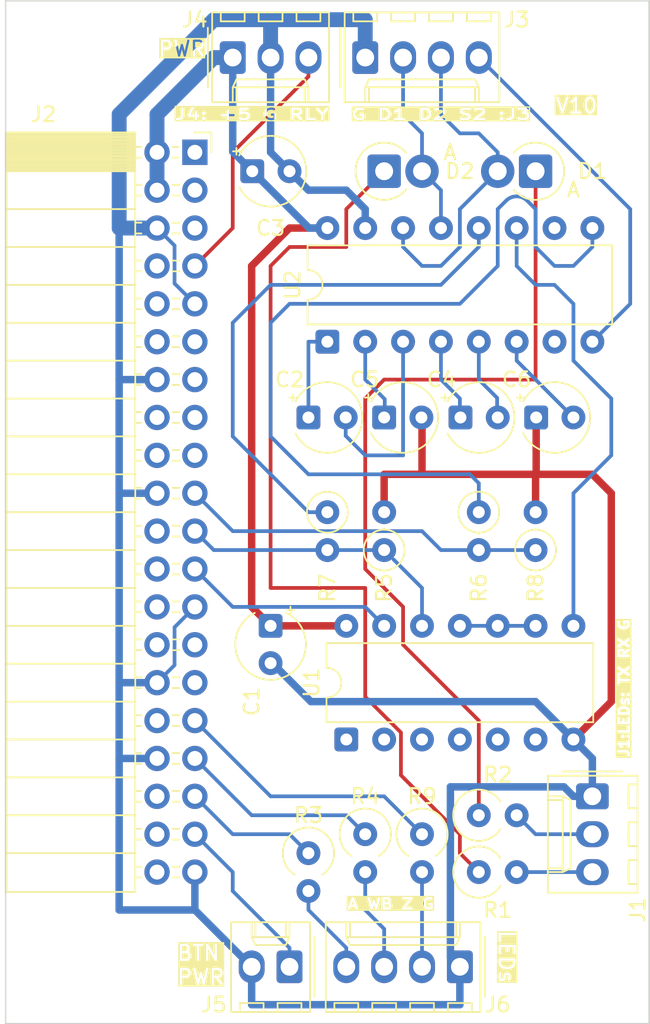
<source format=kicad_pcb>
(kicad_pcb (version 20241229) (generator "pcbnew") (generator_version "9.0")
  (layers (0 "F.Cu" signal) (2 "B.Cu" signal) (13 "F.Paste" user) (15 "B.Paste" user) (5 "F.SilkS" user "F.Silkscreen") (7 "B.SilkS" user "B.Silkscreen") (1 "F.Mask" user) (3 "B.Mask" user) (25 "Edge.Cuts" user))
  (net 0 "")
  (net 1 "GNDD")
  (net 2 "+5V")
  (net 3 "Net-(U2-C1+)")
  (net 4 "Net-(U2-C1-)")
  (net 5 "Net-(U2-C2-)")
  (net 6 "Net-(U2-C2+)")
  (net 7 "Net-(U2-VS+)")
  (net 8 "Net-(U2-VS-)")
  (net 9 "CTS_V10S2")
  (net 10 "TXD_V10D2")
  (net 11 "RXD_V10D1")
  (net 14 "RXD")
  (net 15 "RLY_PWR")
  (net 17 "CTS")
  (net 21 "BTN_PWR")
  (net 23 "+3V3")
  (net 27 "TXD")
  (net 31 "LED_Z")
  (net 32 "LED_WB")
  (net 33 "LED_A")
  (net 34 "Net-(U2-R1OUT)")
  (net 35 "Net-(U2-R2OUT)")
  (net 36 "Net-(U2-T1IN)")
  (net 40 "Net-(U1-Pad10)")
  (net 41 "Net-(J2-PWM1{slash}GPIO13)")
  (net 42 "Net-(J2-GPIO19{slash}MISO1)")
  (net 44 "Net-(J2-GCLK2{slash}GPIO6)")
  (net 50 "Net-(J1-Pin_2)")
  (net 51 "Net-(J1-Pin_3)")
  (net 52 "Net-(D1-K)")
  (net 53 "Net-(D2-K)")
  (footprint "Connector_Molex:Molex_KK-254_AE-6410-03A_1x03_P2.54mm_Vertical" (layer "F.Cu") (at 97.79 111.76 -90)
    (property "Reference" "J1" (at 7.62 -3.03 90) (layer "F.SilkS"))
    (property "Value" "RX TX G")
    (pad "1" thru_hole roundrect (at 0 0 270) (size 1.74 2.19) (drill 1.19) (layers "*.Cu" "*.Mask") (roundrect_rratio 0.143678) (net 1 "GNDD"))
    (pad "2" thru_hole oval (at 2.54 0 270) (size 1.74 2.19) (drill 1.19) (layers "*.Cu" "*.Mask") (net 50 "Net-(J1-Pin_2)"))
    (pad "3" thru_hole oval (at 5.08 0 270) (size 1.74 2.19) (drill 1.19) (layers "*.Cu" "*.Mask") (net 51 "Net-(J1-Pin_3)"))
  )
  (footprint "MountingHole:MountingHole_3.2mm_M3" (layer "F.Cu") (at 96.52 62.23)
    (property "Reference" "H2" (hide yes))
    (property "Value" "MountingHole" (hide yes))
    (pad "" np_thru_hole circle (at 0 0) (size 3.2 3.2) (drill 3.2) (layers "*.Cu" "*.Mask"))
  )
  (footprint "Capacitor_THT:CP_Radial_Tantal_D4.5mm_P2.50mm" (layer "F.Cu") (at 76.2 100.33 -90)
    (property "Reference" "C1" (at 5.08 1.27 90) (layer "F.SilkS"))
    (property "Value" "3,3uF")
    (pad "1" thru_hole roundrect (at 0 0 270) (size 1.6 1.6) (drill 0.8) (layers "*.Cu" "*.Mask") (roundrect_rratio 0.15625) (net 2 "+5V"))
    (pad "2" thru_hole circle (at 2.5 0 270) (size 1.6 1.6) (drill 0.8) (layers "*.Cu" "*.Mask") (net 1 "GNDD"))
  )
  (footprint "Connector_Molex:Molex_KK-254_AE-6410-04A_1x04_P2.54mm_Vertical" (layer "F.Cu") (at 88.9 123.19 180)
    (property "Reference" "J6" (at -2.54 -2.54 0) (layer "F.SilkS"))
    (property "Value" "LED")
    (pad "1" thru_hole roundrect (at 0 0 180) (size 1.74 2.19) (drill 1.19) (layers "*.Cu" "*.Mask") (roundrect_rratio 0.143678) (net 1 "GNDD"))
    (pad "2" thru_hole oval (at 2.54 0 180) (size 1.74 2.19) (drill 1.19) (layers "*.Cu" "*.Mask") (net 31 "LED_Z"))
    (pad "3" thru_hole oval (at 5.08 0 180) (size 1.74 2.19) (drill 1.19) (layers "*.Cu" "*.Mask") (net 32 "LED_WB"))
    (pad "4" thru_hole oval (at 7.62 0 180) (size 1.74 2.19) (drill 1.19) (layers "*.Cu" "*.Mask") (net 33 "LED_A"))
  )
  (footprint "Resistor_THT:R_Axial_DIN0207_L6.3mm_D2.5mm_P2.54mm_Vertical" (layer "F.Cu") (at 80.01 92.71 -90)
    (property "Reference" "R7" (at 5.08 0 90) (layer "F.SilkS"))
    (property "Value" "2k2")
    (pad "1" thru_hole circle (at 0 0 270) (size 1.6 1.6) (drill 0.8) (layers "*.Cu" "*.Mask") (net 34 "Net-(U2-R1OUT)"))
    (pad "2" thru_hole circle (at 2.54 0 270) (size 1.6 1.6) (drill 0.8) (layers "*.Cu" "*.Mask") (net 14 "RXD"))
  )
  (footprint "Diode_THT:D_DO-15_P2.54mm_Vertical_AnodeUp" (layer "F.Cu") (at 83.82 69.85)
    (property "Reference" "D2" (at 5.08 0 0) (layer "F.SilkS"))
    (property "Value" "1N4148")
    (fp_text user "A" (at 4.421905 -1.27 0) (layer "F.SilkS"))
    (pad "1" thru_hole roundrect (at 0 0) (size 2.24 2.24) (drill 1.2) (layers "*.Cu" "*.Mask") (roundrect_rratio 0.111607) (net 53 "Net-(D2-K)"))
    (pad "2" thru_hole circle (at 2.54 0) (size 2.24 2.24) (drill 1.2) (layers "*.Cu" "*.Mask") (net 11 "RXD_V10D1"))
  )
  (footprint "MountingHole:MountingHole_3.2mm_M3" (layer "F.Cu") (at 63.5 62.23)
    (property "Reference" "H1" (hide yes))
    (property "Value" "MountingHole" (hide yes))
    (pad "" np_thru_hole circle (at 0 0) (size 3.2 3.2) (drill 3.2) (layers "*.Cu" "*.Mask"))
  )
  (footprint "Resistor_THT:R_Axial_DIN0309_L9.0mm_D3.2mm_P2.54mm_Vertical" (layer "F.Cu") (at 78.74 115.57 -90)
    (property "Reference" "R3" (at -2.54 0 0) (layer "F.SilkS"))
    (property "Value" "470")
    (pad "1" thru_hole circle (at 0 0 270) (size 1.6 1.6) (drill 0.8) (layers "*.Cu" "*.Mask") (net 42 "Net-(J2-GPIO19{slash}MISO1)"))
    (pad "2" thru_hole circle (at 2.54 0 270) (size 1.6 1.6) (drill 0.8) (layers "*.Cu" "*.Mask") (net 33 "LED_A"))
  )
  (footprint "Package_DIP:DIP-14_W7.62mm" (layer "F.Cu") (at 81.28 107.95 90)
    (property "Reference" "U1" (at 3.81 -2.33 90) (layer "F.SilkS"))
    (property "Value" "74HCT00")
    (pad "1" thru_hole roundrect (at 0 0 90) (size 1.6 1.6) (drill 0.8) (layers "*.Cu" "*.Mask") (roundrect_rratio 0.15625))
    (pad "2" thru_hole circle (at 0 2.54 90) (size 1.6 1.6) (drill 0.8) (layers "*.Cu" "*.Mask"))
    (pad "3" thru_hole circle (at 0 5.08 90) (size 1.6 1.6) (drill 0.8) (layers "*.Cu" "*.Mask"))
    (pad "4" thru_hole circle (at 0 7.62 90) (size 1.6 1.6) (drill 0.8) (layers "*.Cu" "*.Mask"))
    (pad "5" thru_hole circle (at 0 10.16 90) (size 1.6 1.6) (drill 0.8) (layers "*.Cu" "*.Mask"))
    (pad "6" thru_hole circle (at 0 12.7 90) (size 1.6 1.6) (drill 0.8) (layers "*.Cu" "*.Mask"))
    (pad "7" thru_hole circle (at 0 15.24 90) (size 1.6 1.6) (drill 0.8) (layers "*.Cu" "*.Mask") (net 1 "GNDD"))
    (pad "8" thru_hole circle (at 7.62 15.24 90) (size 1.6 1.6) (drill 0.8) (layers "*.Cu" "*.Mask") (net 36 "Net-(U2-T1IN)"))
    (pad "9" thru_hole circle (at 7.62 12.7 90) (size 1.6 1.6) (drill 0.8) (layers "*.Cu" "*.Mask") (net 40 "Net-(U1-Pad10)"))
    (pad "10" thru_hole circle (at 7.62 10.16 90) (size 1.6 1.6) (drill 0.8) (layers "*.Cu" "*.Mask") (net 40 "Net-(U1-Pad10)"))
    (pad "11" thru_hole circle (at 7.62 7.62 90) (size 1.6 1.6) (drill 0.8) (layers "*.Cu" "*.Mask") (net 40 "Net-(U1-Pad10)"))
    (pad "12" thru_hole circle (at 7.62 5.08 90) (size 1.6 1.6) (drill 0.8) (layers "*.Cu" "*.Mask") (net 14 "RXD"))
    (pad "13" thru_hole circle (at 7.62 2.54 90) (size 1.6 1.6) (drill 0.8) (layers "*.Cu" "*.Mask") (net 27 "TXD"))
    (pad "14" thru_hole circle (at 7.62 0 90) (size 1.6 1.6) (drill 0.8) (layers "*.Cu" "*.Mask") (net 2 "+5V"))
  )
  (footprint "Capacitor_THT:CP_Radial_Tantal_D4.5mm_P2.50mm" (layer "F.Cu") (at 83.82 86.36)
    (property "Reference" "C5" (at -1.31 -2.54 0) (layer "F.SilkS"))
    (property "Value" "1uF")
    (pad "1" thru_hole roundrect (at 0 0) (size 1.6 1.6) (drill 0.8) (layers "*.Cu" "*.Mask") (roundrect_rratio 0.15625) (net 7 "Net-(U2-VS+)"))
    (pad "2" thru_hole circle (at 2.5 0) (size 1.6 1.6) (drill 0.8) (layers "*.Cu" "*.Mask") (net 1 "GNDD"))
  )
  (footprint "Resistor_THT:R_Axial_DIN0207_L6.3mm_D2.5mm_P2.54mm_Vertical" (layer "F.Cu") (at 90.17 92.71 -90)
    (property "Reference" "R8" (at 5.08 -3.81 90) (layer "F.SilkS"))
    (property "Value" "2k2")
    (pad "1" thru_hole circle (at 0 0 270) (size 1.6 1.6) (drill 0.8) (layers "*.Cu" "*.Mask") (net 35 "Net-(U2-R2OUT)"))
    (pad "2" thru_hole circle (at 2.54 0 270) (size 1.6 1.6) (drill 0.8) (layers "*.Cu" "*.Mask") (net 17 "CTS"))
  )
  (footprint "Capacitor_THT:CP_Radial_Tantal_D4.5mm_P2.50mm" (layer "F.Cu") (at 74.97 69.85)
    (property "Reference" "C3" (at 1.23 3.81 0) (layer "F.SilkS"))
    (property "Value" "3,3uF")
    (pad "1" thru_hole roundrect (at 0 0) (size 1.6 1.6) (drill 0.8) (layers "*.Cu" "*.Mask") (roundrect_rratio 0.15625) (net 2 "+5V"))
    (pad "2" thru_hole circle (at 2.5 0) (size 1.6 1.6) (drill 0.8) (layers "*.Cu" "*.Mask") (net 1 "GNDD"))
  )
  (footprint "Package_DIP:DIP-16_W7.62mm" (layer "F.Cu") (at 80.01 81.28 90)
    (property "Reference" "U2" (at 3.81 -2.33 90) (layer "F.SilkS"))
    (property "Value" "MAX232")
    (pad "1" thru_hole roundrect (at 0 0 90) (size 1.6 1.6) (drill 0.8) (layers "*.Cu" "*.Mask") (roundrect_rratio 0.15625) (net 3 "Net-(U2-C1+)"))
    (pad "2" thru_hole circle (at 0 2.54 90) (size 1.6 1.6) (drill 0.8) (layers "*.Cu" "*.Mask") (net 7 "Net-(U2-VS+)"))
    (pad "3" thru_hole circle (at 0 5.08 90) (size 1.6 1.6) (drill 0.8) (layers "*.Cu" "*.Mask") (net 4 "Net-(U2-C1-)"))
    (pad "4" thru_hole circle (at 0 7.62 90) (size 1.6 1.6) (drill 0.8) (layers "*.Cu" "*.Mask") (net 6 "Net-(U2-C2+)"))
    (pad "5" thru_hole circle (at 0 10.16 90) (size 1.6 1.6) (drill 0.8) (layers "*.Cu" "*.Mask") (net 5 "Net-(U2-C2-)"))
    (pad "6" thru_hole circle (at 0 12.7 90) (size 1.6 1.6) (drill 0.8) (layers "*.Cu" "*.Mask") (net 8 "Net-(U2-VS-)"))
    (pad "7" thru_hole circle (at 0 15.24 90) (size 1.6 1.6) (drill 0.8) (layers "*.Cu" "*.Mask"))
    (pad "8" thru_hole circle (at 0 17.78 90) (size 1.6 1.6) (drill 0.8) (layers "*.Cu" "*.Mask") (net 9 "CTS_V10S2"))
    (pad "9" thru_hole circle (at 7.62 17.78 90) (size 1.6 1.6) (drill 0.8) (layers "*.Cu" "*.Mask") (net 35 "Net-(U2-R2OUT)"))
    (pad "10" thru_hole circle (at 7.62 15.24 90) (size 1.6 1.6) (drill 0.8) (layers "*.Cu" "*.Mask"))
    (pad "11" thru_hole circle (at 7.62 12.7 90) (size 1.6 1.6) (drill 0.8) (layers "*.Cu" "*.Mask") (net 36 "Net-(U2-T1IN)"))
    (pad "12" thru_hole circle (at 7.62 10.16 90) (size 1.6 1.6) (drill 0.8) (layers "*.Cu" "*.Mask") (net 34 "Net-(U2-R1OUT)"))
    (pad "13" thru_hole circle (at 7.62 7.62 90) (size 1.6 1.6) (drill 0.8) (layers "*.Cu" "*.Mask") (net 11 "RXD_V10D1"))
    (pad "14" thru_hole circle (at 7.62 5.08 90) (size 1.6 1.6) (drill 0.8) (layers "*.Cu" "*.Mask") (net 10 "TXD_V10D2"))
    (pad "15" thru_hole circle (at 7.62 2.54 90) (size 1.6 1.6) (drill 0.8) (layers "*.Cu" "*.Mask") (net 1 "GNDD"))
    (pad "16" thru_hole circle (at 7.62 0 90) (size 1.6 1.6) (drill 0.8) (layers "*.Cu" "*.Mask") (net 2 "+5V"))
  )
  (footprint "Resistor_THT:R_Axial_DIN0207_L6.3mm_D2.5mm_P2.54mm_Vertical" (layer "F.Cu") (at 83.82 95.25 90)
    (property "Reference" "R5" (at -2.54 0 90) (layer "F.SilkS"))
    (property "Value" "4k7")
    (pad "1" thru_hole circle (at 0 0 90) (size 1.6 1.6) (drill 0.8) (layers "*.Cu" "*.Mask") (net 14 "RXD"))
    (pad "2" thru_hole circle (at 2.54 0 90) (size 1.6 1.6) (drill 0.8) (layers "*.Cu" "*.Mask") (net 1 "GNDD"))
  )
  (footprint "Connector_Molex:Molex_KK-254_AE-6410-03A_1x03_P2.54mm_Vertical" (layer "F.Cu") (at 73.66 62.23)
    (property "Reference" "J4" (at -2.54 -2.54 0) (layer "F.SilkS"))
    (property "Value" "PWR")
    (pad "1" thru_hole roundrect (at 0 0) (size 1.74 2.19) (drill 1.19) (layers "*.Cu" "*.Mask") (roundrect_rratio 0.143678) (net 2 "+5V"))
    (pad "2" thru_hole oval (at 2.54 0) (size 1.74 2.19) (drill 1.19) (layers "*.Cu" "*.Mask") (net 1 "GNDD"))
    (pad "3" thru_hole oval (at 5.08 0) (size 1.74 2.19) (drill 1.19) (layers "*.Cu" "*.Mask") (net 15 "RLY_PWR"))
  )
  (footprint "Resistor_THT:R_Axial_DIN0309_L9.0mm_D3.2mm_P2.54mm_Vertical" (layer "F.Cu") (at 90.17 113.03)
    (property "Reference" "R2" (at 1.27 -2.72 0) (layer "F.SilkS"))
    (property "Value" "2k2")
    (pad "1" thru_hole circle (at 0 0) (size 1.6 1.6) (drill 0.8) (layers "*.Cu" "*.Mask") (net 52 "Net-(D1-K)"))
    (pad "2" thru_hole circle (at 2.54 0) (size 1.6 1.6) (drill 0.8) (layers "*.Cu" "*.Mask") (net 50 "Net-(J1-Pin_2)"))
  )
  (footprint "Resistor_THT:R_Axial_DIN0207_L6.3mm_D2.5mm_P2.54mm_Vertical" (layer "F.Cu") (at 93.98 95.25 90)
    (property "Reference" "R6" (at -2.54 -3.81 90) (layer "F.SilkS"))
    (property "Value" "4k7")
    (pad "1" thru_hole circle (at 0 0 90) (size 1.6 1.6) (drill 0.8) (layers "*.Cu" "*.Mask") (net 17 "CTS"))
    (pad "2" thru_hole circle (at 2.54 0 90) (size 1.6 1.6) (drill 0.8) (layers "*.Cu" "*.Mask") (net 1 "GNDD"))
  )
  (footprint "MountingHole:MountingHole_3.2mm_M3" (layer "F.Cu") (at 63.5 123.19)
    (property "Reference" "H3" (hide yes))
    (property "Value" "MountingHole" (hide yes))
    (pad "" np_thru_hole circle (at 0 0) (size 3.2 3.2) (drill 3.2) (layers "*.Cu" "*.Mask"))
  )
  (footprint "Resistor_THT:R_Axial_DIN0309_L9.0mm_D3.2mm_P2.54mm_Vertical" (layer "F.Cu") (at 86.36 114.3 -90)
    (property "Reference" "R9" (at -2.54 0 0) (layer "F.SilkS"))
    (property "Value" "470")
    (pad "1" thru_hole circle (at 0 0 270) (size 1.6 1.6) (drill 0.8) (layers "*.Cu" "*.Mask") (net 44 "Net-(J2-GCLK2{slash}GPIO6)"))
    (pad "2" thru_hole circle (at 2.54 0 270) (size 1.6 1.6) (drill 0.8) (layers "*.Cu" "*.Mask") (net 31 "LED_Z"))
  )
  (footprint "Resistor_THT:R_Axial_DIN0309_L9.0mm_D3.2mm_P2.54mm_Vertical" (layer "F.Cu") (at 82.55 114.3 -90)
    (property "Reference" "R4" (at -2.54 0 0) (layer "F.SilkS"))
    (property "Value" "470")
    (pad "1" thru_hole circle (at 0 0 270) (size 1.6 1.6) (drill 0.8) (layers "*.Cu" "*.Mask") (net 41 "Net-(J2-PWM1{slash}GPIO13)"))
    (pad "2" thru_hole circle (at 2.54 0 270) (size 1.6 1.6) (drill 0.8) (layers "*.Cu" "*.Mask") (net 32 "LED_WB"))
  )
  (footprint "Connector_Molex:Molex_KK-254_AE-6410-04A_1x04_P2.54mm_Vertical" (layer "F.Cu") (at 82.55 62.23)
    (property "Reference" "J3" (at 10.16 -2.54 0) (layer "F.SilkS"))
    (property "Value" "V10")
    (pad "1" thru_hole roundrect (at 0 0) (size 1.74 2.19) (drill 1.19) (layers "*.Cu" "*.Mask") (roundrect_rratio 0.143678) (net 1 "GNDD"))
    (pad "2" thru_hole oval (at 2.54 0) (size 1.74 2.19) (drill 1.19) (layers "*.Cu" "*.Mask") (net 11 "RXD_V10D1"))
    (pad "3" thru_hole oval (at 5.08 0) (size 1.74 2.19) (drill 1.19) (layers "*.Cu" "*.Mask") (net 10 "TXD_V10D2"))
    (pad "4" thru_hole oval (at 7.62 0) (size 1.74 2.19) (drill 1.19) (layers "*.Cu" "*.Mask") (net 9 "CTS_V10S2"))
  )
  (footprint "Diode_THT:D_DO-15_P2.54mm_Vertical_AnodeUp" (layer "F.Cu") (at 93.98 69.85 180)
    (property "Reference" "D1" (at -3.81 0 0) (layer "F.SilkS"))
    (property "Value" "1N4148")
    (fp_text user "A" (at -2.54 -1.24 0) (layer "F.SilkS"))
    (pad "1" thru_hole roundrect (at 0 0 180) (size 2.24 2.24) (drill 1.2) (layers "*.Cu" "*.Mask") (roundrect_rratio 0.111607) (net 52 "Net-(D1-K)"))
    (pad "2" thru_hole circle (at 2.54 0 180) (size 2.24 2.24) (drill 1.2) (layers "*.Cu" "*.Mask") (net 10 "TXD_V10D2"))
  )
  (footprint "MountingHole:MountingHole_3.2mm_M3" (layer "F.Cu") (at 96.52 123.19)
    (property "Reference" "H4" (hide yes))
    (property "Value" "MountingHole" (hide yes))
    (pad "" np_thru_hole circle (at 0 0) (size 3.2 3.2) (drill 3.2) (layers "*.Cu" "*.Mask"))
  )
  (footprint "Resistor_THT:R_Axial_DIN0309_L9.0mm_D3.2mm_P2.54mm_Vertical" (layer "F.Cu") (at 90.17 116.84)
    (property "Reference" "R1" (at 1.27 2.54 0) (layer "F.SilkS"))
    (property "Value" "2k2")
    (pad "1" thru_hole circle (at 0 0) (size 1.6 1.6) (drill 0.8) (layers "*.Cu" "*.Mask") (net 53 "Net-(D2-K)"))
    (pad "2" thru_hole circle (at 2.54 0) (size 1.6 1.6) (drill 0.8) (layers "*.Cu" "*.Mask") (net 51 "Net-(J1-Pin_3)"))
  )
  (footprint "Connector_Molex:Molex_KK-254_AE-6410-02A_1x02_P2.54mm_Vertical" (layer "F.Cu") (at 77.47 123.19 180)
    (property "Reference" "J5" (at 5.08 -2.54 0) (layer "F.SilkS"))
    (property "Value" "BTN_PWR")
    (pad "1" thru_hole roundrect (at 0 0 180) (size 1.74 2.19) (drill 1.19) (layers "*.Cu" "*.Mask") (roundrect_rratio 0.143678) (net 21 "BTN_PWR"))
    (pad "2" thru_hole oval (at 2.54 0 180) (size 1.74 2.19) (drill 1.19) (layers "*.Cu" "*.Mask") (net 1 "GNDD"))
  )
  (footprint "Capacitor_THT:CP_Radial_Tantal_D4.5mm_P2.50mm" (layer "F.Cu") (at 94.02 86.36)
    (property "Reference" "C6" (at -1.31 -2.54 0) (layer "F.SilkS"))
    (property "Value" "1uF")
    (pad "1" thru_hole roundrect (at 0 0) (size 1.6 1.6) (drill 0.8) (layers "*.Cu" "*.Mask") (roundrect_rratio 0.15625) (net 1 "GNDD"))
    (pad "2" thru_hole circle (at 2.5 0) (size 1.6 1.6) (drill 0.8) (layers "*.Cu" "*.Mask") (net 8 "Net-(U2-VS-)"))
  )
  (footprint "Capacitor_THT:CP_Radial_Tantal_D4.5mm_P2.50mm" (layer "F.Cu") (at 88.94 86.36)
    (property "Reference" "C4" (at -1.27 -2.54 0) (layer "F.SilkS"))
    (property "Value" "1uF")
    (pad "1" thru_hole roundrect (at 0 0) (size 1.6 1.6) (drill 0.8) (layers "*.Cu" "*.Mask") (roundrect_rratio 0.15625) (net 6 "Net-(U2-C2+)"))
    (pad "2" thru_hole circle (at 2.5 0) (size 1.6 1.6) (drill 0.8) (layers "*.Cu" "*.Mask") (net 5 "Net-(U2-C2-)"))
  )
  (footprint "Connector_PinSocket_2.54mm:PinSocket_2x20_P2.54mm_Horizontal" (layer "F.Cu") (at 71.12 68.58)
    (property "Reference" "J2" (at -10.16 -2.54 0) (layer "F.SilkS"))
    (property "Value" "Raspberry_Pi_Zero_WH")
    (pad "1" thru_hole rect (at 0 0) (size 1.7 1.7) (drill 1) (layers "*.Cu" "*.Mask"))
    (pad "2" thru_hole circle (at -2.54 0) (size 1.7 1.7) (drill 1) (layers "*.Cu" "*.Mask") (net 2 "+5V"))
    (pad "3" thru_hole circle (at 0 2.54) (size 1.7 1.7) (drill 1) (layers "*.Cu" "*.Mask"))
    (pad "4" thru_hole circle (at -2.54 2.54) (size 1.7 1.7) (drill 1) (layers "*.Cu" "*.Mask") (net 2 "+5V"))
    (pad "5" thru_hole circle (at 0 5.08) (size 1.7 1.7) (drill 1) (layers "*.Cu" "*.Mask"))
    (pad "6" thru_hole circle (at -2.54 5.08) (size 1.7 1.7) (drill 1) (layers "*.Cu" "*.Mask") (net 1 "GNDD"))
    (pad "7" thru_hole circle (at 0 7.62) (size 1.7 1.7) (drill 1) (layers "*.Cu" "*.Mask") (net 15 "RLY_PWR"))
    (pad "8" thru_hole circle (at -2.54 7.62) (size 1.7 1.7) (drill 1) (layers "*.Cu" "*.Mask"))
    (pad "9" thru_hole circle (at 0 10.16) (size 1.7 1.7) (drill 1) (layers "*.Cu" "*.Mask") (net 1 "GNDD"))
    (pad "10" thru_hole circle (at -2.54 10.16) (size 1.7 1.7) (drill 1) (layers "*.Cu" "*.Mask"))
    (pad "11" thru_hole circle (at 0 12.7) (size 1.7 1.7) (drill 1) (layers "*.Cu" "*.Mask"))
    (pad "12" thru_hole circle (at -2.54 12.7) (size 1.7 1.7) (drill 1) (layers "*.Cu" "*.Mask"))
    (pad "13" thru_hole circle (at 0 15.24) (size 1.7 1.7) (drill 1) (layers "*.Cu" "*.Mask"))
    (pad "14" thru_hole circle (at -2.54 15.24) (size 1.7 1.7) (drill 1) (layers "*.Cu" "*.Mask") (net 1 "GNDD"))
    (pad "15" thru_hole circle (at 0 17.78) (size 1.7 1.7) (drill 1) (layers "*.Cu" "*.Mask"))
    (pad "16" thru_hole circle (at -2.54 17.78) (size 1.7 1.7) (drill 1) (layers "*.Cu" "*.Mask"))
    (pad "17" thru_hole circle (at 0 20.32) (size 1.7 1.7) (drill 1) (layers "*.Cu" "*.Mask") (net 23 "+3V3"))
    (pad "18" thru_hole circle (at -2.54 20.32) (size 1.7 1.7) (drill 1) (layers "*.Cu" "*.Mask"))
    (pad "19" thru_hole circle (at 0 22.86) (size 1.7 1.7) (drill 1) (layers "*.Cu" "*.Mask") (net 17 "CTS"))
    (pad "20" thru_hole circle (at -2.54 22.86) (size 1.7 1.7) (drill 1) (layers "*.Cu" "*.Mask") (net 1 "GNDD"))
    (pad "21" thru_hole circle (at 0 25.4) (size 1.7 1.7) (drill 1) (layers "*.Cu" "*.Mask") (net 14 "RXD"))
    (pad "22" thru_hole circle (at -2.54 25.4) (size 1.7 1.7) (drill 1) (layers "*.Cu" "*.Mask"))
    (pad "23" thru_hole circle (at 0 27.94) (size 1.7 1.7) (drill 1) (layers "*.Cu" "*.Mask") (net 27 "TXD"))
    (pad "24" thru_hole circle (at -2.54 27.94) (size 1.7 1.7) (drill 1) (layers "*.Cu" "*.Mask"))
    (pad "25" thru_hole circle (at 0 30.48) (size 1.7 1.7) (drill 1) (layers "*.Cu" "*.Mask") (net 1 "GNDD"))
    (pad "26" thru_hole circle (at -2.54 30.48) (size 1.7 1.7) (drill 1) (layers "*.Cu" "*.Mask"))
    (pad "27" thru_hole circle (at 0 33.02) (size 1.7 1.7) (drill 1) (layers "*.Cu" "*.Mask"))
    (pad "28" thru_hole circle (at -2.54 33.02) (size 1.7 1.7) (drill 1) (layers "*.Cu" "*.Mask"))
    (pad "29" thru_hole circle (at 0 35.56) (size 1.7 1.7) (drill 1) (layers "*.Cu" "*.Mask"))
    (pad "30" thru_hole circle (at -2.54 35.56) (size 1.7 1.7) (drill 1) (layers "*.Cu" "*.Mask") (net 1 "GNDD"))
    (pad "31" thru_hole circle (at 0 38.1) (size 1.7 1.7) (drill 1) (layers "*.Cu" "*.Mask") (net 44 "Net-(J2-GCLK2{slash}GPIO6)"))
    (pad "32" thru_hole circle (at -2.54 38.1) (size 1.7 1.7) (drill 1) (layers "*.Cu" "*.Mask"))
    (pad "33" thru_hole circle (at 0 40.64) (size 1.7 1.7) (drill 1) (layers "*.Cu" "*.Mask") (net 41 "Net-(J2-PWM1{slash}GPIO13)"))
    (pad "34" thru_hole circle (at -2.54 40.64) (size 1.7 1.7) (drill 1) (layers "*.Cu" "*.Mask") (net 1 "GNDD"))
    (pad "35" thru_hole circle (at 0 43.18) (size 1.7 1.7) (drill 1) (layers "*.Cu" "*.Mask") (net 42 "Net-(J2-GPIO19{slash}MISO1)"))
    (pad "36" thru_hole circle (at -2.54 43.18) (size 1.7 1.7) (drill 1) (layers "*.Cu" "*.Mask"))
    (pad "37" thru_hole circle (at 0 45.72) (size 1.7 1.7) (drill 1) (layers "*.Cu" "*.Mask") (net 21 "BTN_PWR"))
    (pad "38" thru_hole circle (at -2.54 45.72) (size 1.7 1.7) (drill 1) (layers "*.Cu" "*.Mask"))
    (pad "39" thru_hole circle (at 0 48.26) (size 1.7 1.7) (drill 1) (layers "*.Cu" "*.Mask") (net 1 "GNDD"))
    (pad "40" thru_hole circle (at -2.54 48.26) (size 1.7 1.7) (drill 1) (layers "*.Cu" "*.Mask"))
  )
  (footprint "Capacitor_THT:CP_Radial_Tantal_D4.5mm_P2.50mm" (layer "F.Cu") (at 78.74 86.36)
    (property "Reference" "C2" (at -1.27 -2.54 0) (layer "F.SilkS"))
    (property "Value" "1uF")
    (pad "1" thru_hole roundrect (at 0 0) (size 1.6 1.6) (drill 0.8) (layers "*.Cu" "*.Mask") (roundrect_rratio 0.15625) (net 3 "Net-(U2-C1+)"))
    (pad "2" thru_hole circle (at 2.5 0) (size 1.6 1.6) (drill 0.8) (layers "*.Cu" "*.Mask") (net 4 "Net-(U2-C1-)"))
  )
  (gr_rect (start 58.42 58.42) (end 101.6 127) (stroke (width 0.1)) (fill no) (layer "Edge.Cuts"))
  (gr_text "V10" (at 95.25 66.04 0) (layer "F.SilkS" knockout) (effects (font (size 1 1)) (justify left bottom)))
  (gr_text "LEDs" (at 91.44 120.65 270) (layer "F.SilkS" knockout) (effects (font (size 1 1)) (justify left bottom)))
  (gr_text "G D1 D2 S2 :J3" (at 87.63 66.04 0) (layer "F.SilkS" knockout) (effects (font (size 0.7 1))))
  (gr_text "J4: +5 G RLY" (at 74.93 66.04 0) (layer "F.SilkS" knockout) (effects (font (size 0.7 1))))
  (gr_text "J1:LEDs: TX RX G" (at 100.33 109.22 90) (layer "F.SilkS" knockout) (effects (font (size 0.7 0.7) (thickness 0.175) (bold yes)) (justify left bottom)))
  (gr_text "A WB Z G" (at 81.28 119.38 0) (layer "F.SilkS" knockout) (effects (font (size 0.7 0.8)) (justify left bottom)))
  (gr_text "BTN\nPWR" (at 69.85 124.46 0) (layer "F.SilkS" knockout) (effects (font (size 1 1)) (justify left bottom)))
  (gr_text "PWR" (at 68.58 62.23 0) (layer "F.SilkS" knockout) (effects (font (size 1 1)) (justify left bottom)))
  (segment (start 83.82 90.17) (end 83.82 92.71) (width 0.5) (layer "F.Cu") (net 1))
  (segment (start 94.02 90.13) (end 93.98 90.17) (width 0.25) (layer "F.Cu") (net 1))
  (segment (start 83.82 90.17) (end 86.36 90.17) (width 0.5) (layer "F.Cu") (net 1))
  (segment (start 86.36 90.17) (end 93.98 90.17) (width 0.5) (layer "F.Cu") (net 1))
  (segment (start 99.06 105.41) (end 96.52 107.95) (width 0.5) (layer "F.Cu") (net 1))
  (segment (start 86.36 86.36) (end 86.36 90.17) (width 0.5) (layer "F.Cu") (net 1))
  (segment (start 99.06 91.44) (end 99.06 105.41) (width 0.5) (layer "F.Cu") (net 1))
  (segment (start 93.98 92.71) (end 93.98 90.17) (width 0.5) (layer "F.Cu") (net 1))
  (segment (start 94.02 86.36) (end 94.02 90.13) (width 0.5) (layer "F.Cu") (net 1))
  (segment (start 97.79 90.17) (end 99.06 91.44) (width 0.5) (layer "F.Cu") (net 1))
  (segment (start 93.98 90.17) (end 97.79 90.17) (width 0.5) (layer "F.Cu") (net 1))
  (segment (start 76.2 68.58) (end 77.47 69.85) (width 0.5) (layer "B.Cu") (net 1))
  (segment (start 76.2 59.69) (end 76.2 62.23) (width 1) (layer "B.Cu") (net 1))
  (segment (start 66.04 104.14) (end 68.58 104.14) (width 0.5) (layer "B.Cu") (net 1))
  (segment (start 97.79 111.76) (end 97.79 109.22) (width 0.5) (layer "B.Cu") (net 1))
  (segment (start 71.12 99.06) (end 69.756 100.424) (width 0.25) (layer "B.Cu") (net 1))
  (segment (start 78.74 71.12) (end 81.28 71.12) (width 0.5) (layer "B.Cu") (net 1))
  (segment (start 74.93 123.19) (end 74.93 125.73) (width 0.5) (layer "B.Cu") (net 1))
  (segment (start 66.04 83.82) (end 68.58 83.82) (width 0.5) (layer "B.Cu") (net 1))
  (segment (start 66.04 104.14) (end 66.04 109.22) (width 0.5) (layer "B.Cu") (net 1))
  (segment (start 96.52 111.76) (end 97.79 111.76) (width 0.5) (layer "B.Cu") (net 1))
  (segment (start 82.55 72.39) (end 82.55 73.66) (width 0.5) (layer "B.Cu") (net 1))
  (segment (start 97.79 109.22) (end 96.52 107.95) (width 0.5) (layer "B.Cu") (net 1))
  (segment (start 68.58 73.66) (end 66.04 73.66) (width 1) (layer "B.Cu") (net 1))
  (segment (start 66.04 83.82) (end 66.04 91.44) (width 0.5) (layer "B.Cu") (net 1))
  (segment (start 76.2 62.23) (end 76.2 68.58) (width 0.5) (layer "B.Cu") (net 1))
  (segment (start 71.12 78.74) (end 69.756 77.376) (width 0.25) (layer "B.Cu") (net 1))
  (segment (start 72.39 59.69) (end 76.2 59.69) (width 1) (layer "B.Cu") (net 1))
  (segment (start 66.04 109.22) (end 68.58 109.22) (width 0.5) (layer "B.Cu") (net 1))
  (segment (start 71.12 119.38) (end 71.12 116.84) (width 0.5) (layer "B.Cu") (net 1))
  (segment (start 69.756 77.376) (end 69.756 74.836) (width 0.25) (layer "B.Cu") (net 1))
  (segment (start 88.265 122.555) (end 88.265 111.125) (width 0.5) (layer "B.Cu") (net 1))
  (segment (start 66.04 119.38) (end 71.12 119.38) (width 0.5) (layer "B.Cu") (net 1))
  (segment (start 88.265 111.125) (end 95.885 111.125) (width 0.5) (layer "B.Cu") (net 1))
  (segment (start 93.98 105.41) (end 78.901729 105.41) (width 0.5) (layer "B.Cu") (net 1))
  (segment (start 71.12 119.38) (end 74.93 123.19) (width 0.5) (layer "B.Cu") (net 1))
  (segment (start 69.756 102.964) (end 68.58 104.14) (width 0.25) (layer "B.Cu") (net 1))
  (segment (start 95.885 111.125) (end 96.52 111.76) (width 0.5) (layer "B.Cu") (net 1))
  (segment (start 66.04 73.66) (end 66.04 66.04) (width 1) (layer "B.Cu") (net 1))
  (segment (start 66.04 109.22) (end 66.04 119.38) (width 0.5) (layer "B.Cu") (net 1))
  (segment (start 76.2 59.69) (end 82.55 59.69) (width 1) (layer "B.Cu") (net 1))
  (segment (start 66.04 73.66) (end 66.04 83.82) (width 0.5) (layer "B.Cu") (net 1))
  (segment (start 74.93 125.73) (end 88.9 125.73) (width 0.5) (layer "B.Cu") (net 1))
  (segment (start 96.52 107.95) (end 93.98 105.41) (width 0.5) (layer "B.Cu") (net 1))
  (segment (start 88.9 125.73) (end 88.9 123.19) (width 0.5) (layer "B.Cu") (net 1))
  (segment (start 66.04 66.04) (end 72.39 59.69) (width 1) (layer "B.Cu") (net 1))
  (segment (start 66.04 91.44) (end 66.04 104.14) (width 0.5) (layer "B.Cu") (net 1))
  (segment (start 81.28 71.12) (end 82.55 72.39) (width 0.5) (layer "B.Cu") (net 1))
  (segment (start 69.756 74.836) (end 68.58 73.66) (width 0.25) (layer "B.Cu") (net 1))
  (segment (start 77.47 69.85) (end 78.74 71.12) (width 0.5) (layer "B.Cu") (net 1))
  (segment (start 69.756 100.424) (end 69.756 102.964) (width 0.25) (layer "B.Cu") (net 1))
  (segment (start 66.04 91.44) (end 68.58 91.44) (width 0.5) (layer "B.Cu") (net 1))
  (segment (start 78.901729 105.41) (end 76.321729 102.83) (width 0.5) (layer "B.Cu") (net 1))
  (segment (start 88.9 123.19) (end 88.265 122.555) (width 0.5) (layer "B.Cu") (net 1))
  (segment (start 82.55 59.69) (end 82.55 62.23) (width 1) (layer "B.Cu") (net 1))
  (segment (start 76.321729 102.83) (end 76.2 102.83) (width 0.5) (layer "B.Cu") (net 1))
  (segment (start 74.93 99.06) (end 76.2 100.33) (width 0.5) (layer "F.Cu") (net 2))
  (segment (start 77.47 73.66) (end 74.93 76.2) (width 0.5) (layer "F.Cu") (net 2))
  (segment (start 80.01 73.66) (end 77.47 73.66) (width 0.5) (layer "F.Cu") (net 2))
  (segment (start 76.2 100.33) (end 81.28 100.33) (width 0.5) (layer "F.Cu") (net 2))
  (segment (start 74.93 76.2) (end 74.93 99.06) (width 0.5) (layer "F.Cu") (net 2))
  (segment (start 73.66 68.54) (end 74.97 69.85) (width 0.5) (layer "B.Cu") (net 2))
  (segment (start 78.78 73.66) (end 80.01 73.66) (width 0.5) (layer "B.Cu") (net 2))
  (segment (start 72.39 62.23) (end 68.58 66.04) (width 1) (layer "B.Cu") (net 2))
  (segment (start 73.66 62.23) (end 73.66 68.54) (width 0.5) (layer "B.Cu") (net 2))
  (segment (start 68.58 66.04) (end 68.58 71.12) (width 1) (layer "B.Cu") (net 2))
  (segment (start 74.97 69.85) (end 78.78 73.66) (width 0.5) (layer "B.Cu") (net 2))
  (segment (start 73.66 62.23) (end 72.39 62.23) (width 1) (layer "B.Cu") (net 2))
  (segment (start 78.74 81.28) (end 78.74 86.36) (width 0.25) (layer "B.Cu") (net 3))
  (segment (start 80.01 81.28) (end 78.74 81.28) (width 0.25) (layer "B.Cu") (net 3))
  (segment (start 81.24 87.59) (end 82.55 88.9) (width 0.25) (layer "B.Cu") (net 4))
  (segment (start 82.55 88.9) (end 85.09 88.9) (width 0.25) (layer "B.Cu") (net 4))
  (segment (start 81.24 86.36) (end 81.24 87.59) (width 0.25) (layer "B.Cu") (net 4))
  (segment (start 85.09 88.9) (end 85.09 81.28) (width 0.25) (layer "B.Cu") (net 4))
  (segment (start 90.17 83.82) (end 90.17 81.28) (width 0.25) (layer "B.Cu") (net 5))
  (segment (start 91.4 86.36) (end 91.4 85.05) (width 0.25) (layer "B.Cu") (net 5))
  (segment (start 91.4 85.05) (end 90.17 83.82) (width 0.25) (layer "B.Cu") (net 5))
  (segment (start 88.9 85.09) (end 87.63 83.82) (width 0.25) (layer "B.Cu") (net 6))
  (segment (start 88.9 86.36) (end 88.9 85.09) (width 0.25) (layer "B.Cu") (net 6))
  (segment (start 87.63 83.82) (end 87.63 81.28) (width 0.25) (layer "B.Cu") (net 6))
  (segment (start 83.86 85.13) (end 83.86 86.36) (width 0.25) (layer "B.Cu") (net 7))
  (segment (start 82.55 83.82) (end 83.86 85.13) (width 0.25) (layer "B.Cu") (net 7))
  (segment (start 82.55 81.28) (end 82.55 83.82) (width 0.25) (layer "B.Cu") (net 7))
  (segment (start 96.52 86.36) (end 92.71 82.55) (width 0.25) (layer "B.Cu") (net 8))
  (segment (start 92.71 82.55) (end 92.71 81.28) (width 0.25) (layer "B.Cu") (net 8))
  (segment (start 97.79 81.28) (end 100.33 78.74) (width 0.25) (layer "B.Cu") (net 9))
  (segment (start 100.33 72.39) (end 90.17 62.23) (width 0.25) (layer "B.Cu") (net 9))
  (segment (start 100.33 78.74) (end 100.33 72.39) (width 0.25) (layer "B.Cu") (net 9))
  (segment (start 86.36 76.2) (end 87.63 76.2) (width 0.25) (layer "B.Cu") (net 10))
  (segment (start 85.09 73.66) (end 85.09 74.93) (width 0.25) (layer "B.Cu") (net 10))
  (segment (start 88.9 72.39) (end 91.44 69.85) (width 0.25) (layer "B.Cu") (net 10))
  (segment (start 88.9 74.93) (end 88.9 72.39) (width 0.25) (layer "B.Cu") (net 10))
  (segment (start 91.44 69.85) (end 91.44 68.58) (width 0.25) (layer "B.Cu") (net 10))
  (segment (start 87.63 76.2) (end 88.9 74.93) (width 0.25) (layer "B.Cu") (net 10))
  (segment (start 85.09 74.93) (end 86.36 76.2) (width 0.25) (layer "B.Cu") (net 10))
  (segment (start 91.44 68.58) (end 90.17 67.31) (width 0.25) (layer "B.Cu") (net 10))
  (segment (start 90.17 67.31) (end 88.9 67.31) (width 0.25) (layer "B.Cu") (net 10))
  (segment (start 87.63 66.04) (end 87.63 62.23) (width 0.25) (layer "B.Cu") (net 10))
  (segment (start 88.9 67.31) (end 87.63 66.04) (width 0.25) (layer "B.Cu") (net 10))
  (segment (start 85.09 66.04) (end 85.09 62.23) (width 0.25) (layer "B.Cu") (net 11))
  (segment (start 86.36 67.31) (end 86.36 69.85) (width 0.25) (layer "B.Cu") (net 11))
  (segment (start 85.09 66.04) (end 86.36 67.31) (width 0.25) (layer "B.Cu") (net 11))
  (segment (start 86.36 69.85) (end 87.63 71.12) (width 0.25) (layer "B.Cu") (net 11))
  (segment (start 87.63 71.12) (end 87.63 73.66) (width 0.25) (layer "B.Cu") (net 11))
  (segment (start 71.12 93.98) (end 72.39 95.25) (width 0.25) (layer "B.Cu") (net 14))
  (segment (start 72.39 95.25) (end 80.01 95.25) (width 0.25) (layer "B.Cu") (net 14))
  (segment (start 84.455 95.885) (end 86.36 97.79) (width 0.25) (layer "B.Cu") (net 14))
  (segment (start 86.36 97.79) (end 86.36 100.33) (width 0.25) (layer "B.Cu") (net 14))
  (segment (start 80.01 95.25) (end 83.82 95.25) (width 0.25) (layer "B.Cu") (net 14))
  (segment (start 71.12 76.2) (end 73.66 73.66) (width 0.25) (layer "F.Cu") (net 15))
  (segment (start 78.74 63.5) (end 78.74 62.23) (width 0.25) (layer "F.Cu") (net 15))
  (segment (start 73.66 68.58) (end 78.74 63.5) (width 0.25) (layer "F.Cu") (net 15))
  (segment (start 73.66 73.66) (end 73.66 68.58) (width 0.25) (layer "F.Cu") (net 15))
  (segment (start 86.36 93.98) (end 87.63 95.25) (width 0.25) (layer "B.Cu") (net 17))
  (segment (start 71.12 91.44) (end 73.66 93.98) (width 0.25) (layer "B.Cu") (net 17))
  (segment (start 87.63 95.25) (end 93.98 95.25) (width 0.25) (layer "B.Cu") (net 17))
  (segment (start 73.66 93.98) (end 86.36 93.98) (width 0.25) (layer "B.Cu") (net 17))
  (segment (start 77.47 121.92) (end 77.47 123.19) (width 0.25) (layer "B.Cu") (net 21))
  (segment (start 71.12 114.3) (end 73.66 116.84) (width 0.25) (layer "B.Cu") (net 21))
  (segment (start 73.66 116.84) (end 73.66 118.11) (width 0.25) (layer "B.Cu") (net 21))
  (segment (start 73.66 118.11) (end 77.47 121.92) (width 0.25) (layer "B.Cu") (net 21))
  (segment (start 83.82 100.33) (end 82.55 99.06) (width 0.25) (layer "B.Cu") (net 27))
  (segment (start 73.66 99.06) (end 71.12 96.52) (width 0.25) (layer "B.Cu") (net 27))
  (segment (start 82.55 99.06) (end 73.66 99.06) (width 0.25) (layer "B.Cu") (net 27))
  (segment (start 86.36 116.84) (end 86.36 123.19) (width 0.25) (layer "B.Cu") (net 31))
  (segment (start 83.82 120.65) (end 82.55 119.38) (width 0.25) (layer "B.Cu") (net 32))
  (segment (start 83.82 123.19) (end 83.82 120.65) (width 0.25) (layer "B.Cu") (net 32))
  (segment (start 82.55 119.38) (end 82.55 116.84) (width 0.25) (layer "B.Cu") (net 32))
  (segment (start 78.74 119.38) (end 81.28 121.92) (width 0.25) (layer "B.Cu") (net 33))
  (segment (start 81.28 121.92) (end 81.28 123.19) (width 0.25) (layer "B.Cu") (net 33))
  (segment (start 78.74 118.11) (end 78.74 119.38) (width 0.25) (layer "B.Cu") (net 33))
  (segment (start 87.63 77.47) (end 76.2 77.47) (width 0.25) (layer "B.Cu") (net 34))
  (segment (start 78.74 92.71) (end 80.01 92.71) (width 0.25) (layer "B.Cu") (net 34))
  (segment (start 90.17 73.66) (end 90.17 74.93) (width 0.25) (layer "B.Cu") (net 34))
  (segment (start 90.17 74.93) (end 87.63 77.47) (width 0.25) (layer "B.Cu") (net 34))
  (segment (start 73.66 87.63) (end 78.74 92.71) (width 0.25) (layer "B.Cu") (net 34))
  (segment (start 73.66 80.01) (end 73.66 87.63) (width 0.25) (layer "B.Cu") (net 34))
  (segment (start 76.2 77.47) (end 73.66 80.01) (width 0.25) (layer "B.Cu") (net 34))
  (segment (start 97.79 73.66) (end 97.79 74.93) (width 0.25) (layer "B.Cu") (net 35))
  (segment (start 95.25 76.2) (end 93.98 74.93) (width 0.25) (layer "B.Cu") (net 35))
  (segment (start 97.79 74.93) (end 96.52 76.2) (width 0.25) (layer "B.Cu") (net 35))
  (segment (start 77.47 78.74) (end 76.2 80.01) (width 0.25) (layer "B.Cu") (net 35))
  (segment (start 93.98 72.39) (end 93.417107 71.827107) (width 0.25) (layer "B.Cu") (net 35))
  (segment (start 90.17 90.765261) (end 90.17 92.71) (width 0.25) (layer "B.Cu") (net 35))
  (segment (start 91.44 76.2) (end 88.9 78.74) (width 0.25) (layer "B.Cu") (net 35))
  (segment (start 89.574739 90.17) (end 90.17 90.765261) (width 0.25) (layer "B.Cu") (net 35))
  (segment (start 96.52 76.2) (end 95.25 76.2) (width 0.25) (layer "B.Cu") (net 35))
  (segment (start 88.9 78.74) (end 77.47 78.74) (width 0.25) (layer "B.Cu") (net 35))
  (segment (start 92.002893 71.827107) (end 91.44 72.39) (width 0.25) (layer "B.Cu") (net 35))
  (segment (start 93.98 74.93) (end 93.98 72.39) (width 0.25) (layer "B.Cu") (net 35))
  (segment (start 76.2 80.01) (end 76.2 87.63) (width 0.25) (layer "B.Cu") (net 35))
  (segment (start 76.2 87.63) (end 78.74 90.17) (width 0.25) (layer "B.Cu") (net 35))
  (segment (start 91.44 72.39) (end 91.44 76.2) (width 0.25) (layer "B.Cu") (net 35))
  (segment (start 78.74 90.17) (end 89.574739 90.17) (width 0.25) (layer "B.Cu") (net 35))
  (arc (start 93.417107 71.827107) (mid 92.71 71.534214) (end 92.002893 71.827107) (width 0.25) (layer "B.Cu") (net 35))
  (segment (start 99.06 85.09) (end 99.06 88.9) (width 0.25) (layer "B.Cu") (net 36))
  (segment (start 92.71 76.2) (end 93.98 77.47) (width 0.25) (layer "B.Cu") (net 36))
  (segment (start 95.25 77.47) (end 96.52 78.74) (width 0.25) (layer "B.Cu") (net 36))
  (segment (start 96.52 82.55) (end 99.06 85.09) (width 0.25) (layer "B.Cu") (net 36))
  (segment (start 99.06 88.9) (end 96.52 91.44) (width 0.25) (layer "B.Cu") (net 36))
  (segment (start 93.98 77.47) (end 95.25 77.47) (width 0.25) (layer "B.Cu") (net 36))
  (segment (start 92.71 73.66) (end 92.71 76.2) (width 0.25) (layer "B.Cu") (net 36))
  (segment (start 96.52 78.74) (end 96.52 82.55) (width 0.25) (layer "B.Cu") (net 36))
  (segment (start 96.52 91.44) (end 96.52 100.33) (width 0.25) (layer "B.Cu") (net 36))
  (segment (start 88.9 100.33) (end 93.98 100.33) (width 0.25) (layer "B.Cu") (net 40))
  (segment (start 74.93 113.03) (end 81.28 113.03) (width 0.25) (layer "B.Cu") (net 41))
  (segment (start 81.28 113.03) (end 82.55 114.3) (width 0.25) (layer "B.Cu") (net 41))
  (segment (start 71.12 109.22) (end 74.93 113.03) (width 0.25) (layer "B.Cu") (net 41))
  (segment (start 71.12 111.76) (end 73.66 114.3) (width 0.25) (layer "B.Cu") (net 42))
  (segment (start 77.47 114.3) (end 78.74 115.57) (width 0.25) (layer "B.Cu") (net 42))
  (segment (start 73.66 114.3) (end 77.47 114.3) (width 0.25) (layer "B.Cu") (net 42))
  (segment (start 71.12 106.68) (end 76.2 111.76) (width 0.25) (layer "B.Cu") (net 44))
  (segment (start 76.2 111.76) (end 83.82 111.76) (width 0.25) (layer "B.Cu") (net 44))
  (segment (start 83.82 111.76) (end 86.36 114.3) (width 0.25) (layer "B.Cu") (net 44))
  (segment (start 92.71 113.03) (end 93.98 114.3) (width 0.25) (layer "B.Cu") (net 50))
  (segment (start 93.98 114.3) (end 97.79 114.3) (width 0.25) (layer "B.Cu") (net 50))
  (segment (start 92.71 116.84) (end 97.79 116.84) (width 0.25) (layer "B.Cu") (net 51))
  (segment (start 93.98 69.85) (end 93.98 83.82) (width 0.25) (layer "F.Cu") (net 52))
  (segment (start 85.09 83.82) (end 83.82 83.82) (width 0.25) (layer "F.Cu") (net 52))
  (segment (start 90.17 106.68) (end 90.17 113.03) (width 0.25) (layer "F.Cu") (net 52))
  (segment (start 85.09 99.06) (end 85.09 101.6) (width 0.25) (layer "F.Cu") (net 52))
  (segment (start 85.09 101.6) (end 90.17 106.68) (width 0.25) (layer "F.Cu") (net 52))
  (segment (start 82.55 85.09) (end 82.55 96.52) (width 0.25) (layer "F.Cu") (net 52))
  (segment (start 93.98 83.82) (end 85.09 83.82) (width 0.25) (layer "F.Cu") (net 52))
  (segment (start 83.82 83.82) (end 82.55 85.09) (width 0.25) (layer "F.Cu") (net 52))
  (segment (start 82.55 96.52) (end 85.09 99.06) (width 0.25) (layer "F.Cu") (net 52))
  (segment (start 82.55 97.79) (end 82.55 105.087595) (width 0.25) (layer "F.Cu") (net 53))
  (segment (start 84.946 110.346) (end 88.9 114.3) (width 0.25) (layer "F.Cu") (net 53))
  (segment (start 81.28 74.93) (end 77.47 74.93) (width 0.25) (layer "F.Cu") (net 53))
  (segment (start 82.55 105.087595) (end 84.946 107.483595) (width 0.25) (layer "F.Cu") (net 53))
  (segment (start 81.28 72.39) (end 83.82 69.85) (width 0.25) (layer "F.Cu") (net 53))
  (segment (start 76.2 76.2) (end 76.2 97.79) (width 0.25) (layer "F.Cu") (net 53))
  (segment (start 88.9 115.57) (end 90.17 116.84) (width 0.25) (layer "F.Cu") (net 53))
  (segment (start 77.47 74.93) (end 76.2 76.2) (width 0.25) (layer "F.Cu") (net 53))
  (segment (start 76.2 97.79) (end 82.55 97.79) (width 0.25) (layer "F.Cu") (net 53))
  (segment (start 84.946 107.483595) (end 84.946 110.346) (width 0.25) (layer "F.Cu") (net 53))
  (segment (start 81.28 72.39) (end 81.28 74.93) (width 0.25) (layer "F.Cu") (net 53))
  (segment (start 88.9 114.3) (end 88.9 115.57) (width 0.25) (layer "F.Cu") (net 53))
)
</source>
